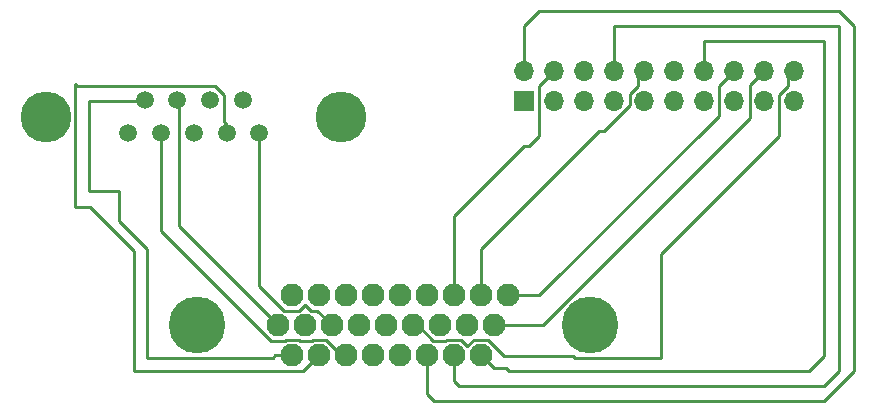
<source format=gbr>
%TF.GenerationSoftware,KiCad,Pcbnew,(5.1.6)-1*%
%TF.CreationDate,2020-07-21T19:36:40-05:00*%
%TF.ProjectId,AppleIIeCardYCable,4170706c-6549-4496-9543-617264594361,rev?*%
%TF.SameCoordinates,Original*%
%TF.FileFunction,Copper,L1,Top*%
%TF.FilePolarity,Positive*%
%FSLAX46Y46*%
G04 Gerber Fmt 4.6, Leading zero omitted, Abs format (unit mm)*
G04 Created by KiCad (PCBNEW (5.1.6)-1) date 2020-07-21 19:36:40*
%MOMM*%
%LPD*%
G01*
G04 APERTURE LIST*
%TA.AperFunction,ComponentPad*%
%ADD10C,1.950000*%
%TD*%
%TA.AperFunction,ComponentPad*%
%ADD11C,4.800000*%
%TD*%
%TA.AperFunction,ComponentPad*%
%ADD12C,1.500000*%
%TD*%
%TA.AperFunction,ComponentPad*%
%ADD13C,4.300000*%
%TD*%
%TA.AperFunction,ComponentPad*%
%ADD14O,1.700000X1.700000*%
%TD*%
%TA.AperFunction,ComponentPad*%
%ADD15R,1.700000X1.700000*%
%TD*%
%TA.AperFunction,Conductor*%
%ADD16C,0.250000*%
%TD*%
G04 APERTURE END LIST*
D10*
%TO.P,J1,1*%
%TO.N,Net-(J1-Pad1)*%
X139082001Y-81250001D03*
%TO.P,J1,2*%
%TO.N,GND*%
X141372001Y-81250001D03*
%TO.P,J1,3*%
%TO.N,Net-(J1-Pad3)*%
X143662001Y-81250001D03*
%TO.P,J1,4*%
%TO.N,GND*%
X145952001Y-81250001D03*
%TO.P,J1,5*%
%TO.N,+5V*%
X148242001Y-81250001D03*
%TO.P,J1,6*%
%TO.N,Net-(J1-Pad6)*%
X150532001Y-81250001D03*
%TO.P,J1,7*%
%TO.N,Net-(J1-Pad7)*%
X152822001Y-81250001D03*
%TO.P,J1,8*%
%TO.N,Net-(J1-Pad8)*%
X155112001Y-81250001D03*
%TO.P,J1,9*%
%TO.N,Net-(J1-Pad9)*%
X157402001Y-81250001D03*
%TO.P,J1,10*%
%TO.N,Net-(J1-Pad10)*%
X137937001Y-83790001D03*
%TO.P,J1,11*%
%TO.N,Net-(J1-Pad11)*%
X140227001Y-83790001D03*
%TO.P,J1,12*%
%TO.N,Net-(J1-Pad12)*%
X142517001Y-83790001D03*
%TO.P,J1,13*%
%TO.N,GND*%
X144807001Y-83790001D03*
%TO.P,J1,14*%
X147097001Y-83790001D03*
%TO.P,J1,15*%
%TO.N,Net-(J1-Pad15)*%
X149387001Y-83790001D03*
%TO.P,J1,16*%
%TO.N,Net-(J1-Pad16)*%
X151677001Y-83790001D03*
%TO.P,J1,17*%
%TO.N,Net-(J1-Pad17)*%
X153967001Y-83790001D03*
%TO.P,J1,18*%
%TO.N,Net-(J1-Pad18)*%
X156257001Y-83790001D03*
%TO.P,J1,19*%
%TO.N,Net-(J1-Pad19)*%
X139082001Y-86330001D03*
%TO.P,J1,20*%
%TO.N,Net-(J1-Pad20)*%
X141372001Y-86330001D03*
%TO.P,J1,21*%
%TO.N,Net-(J1-Pad21)*%
X143662001Y-86330001D03*
%TO.P,J1,22*%
%TO.N,Net-(J1-Pad22)*%
X145952001Y-86330001D03*
%TO.P,J1,23*%
%TO.N,Net-(J1-Pad23)*%
X148242001Y-86330001D03*
%TO.P,J1,24*%
%TO.N,Net-(J1-Pad24)*%
X150532001Y-86330001D03*
%TO.P,J1,25*%
%TO.N,Net-(J1-Pad25)*%
X152822001Y-86330001D03*
%TO.P,J1,26*%
%TO.N,Net-(J1-Pad26)*%
X155112001Y-86330001D03*
D11*
%TO.P,J1,MH1*%
%TO.N,Net-(J1-PadMH1)*%
X131067001Y-83790001D03*
%TO.P,J1,MH2*%
%TO.N,Net-(J1-PadMH2)*%
X164392001Y-83790001D03*
%TD*%
D12*
%TO.P,J2,1*%
%TO.N,Net-(J1-Pad1)*%
X125270000Y-67540000D03*
%TO.P,J2,2*%
%TO.N,Net-(J1-Pad21)*%
X128040000Y-67540000D03*
%TO.P,J2,3*%
%TO.N,GND*%
X130810000Y-67540000D03*
%TO.P,J2,4*%
%TO.N,Net-(J1-Pad20)*%
X133580000Y-67540000D03*
%TO.P,J2,5*%
%TO.N,Net-(J1-Pad12)*%
X136350000Y-67540000D03*
%TO.P,J2,6*%
%TO.N,Net-(J1-Pad19)*%
X126655000Y-64700000D03*
%TO.P,J2,7*%
%TO.N,Net-(J1-Pad10)*%
X129425000Y-64700000D03*
%TO.P,J2,8*%
%TO.N,Net-(J1-Pad3)*%
X132195000Y-64700000D03*
%TO.P,J2,9*%
%TO.N,Net-(J1-Pad11)*%
X134965000Y-64700000D03*
D13*
%TO.P,J2,10*%
%TO.N,N/C*%
X143305000Y-66120000D03*
%TO.P,J2,11*%
X118315000Y-66120000D03*
%TD*%
D14*
%TO.P,J3,20*%
%TO.N,Net-(J1-Pad15)*%
X181610000Y-62230000D03*
%TO.P,J3,19*%
%TO.N,Net-(J3-Pad19)*%
X181610000Y-64770000D03*
%TO.P,J3,18*%
%TO.N,Net-(J1-Pad18)*%
X179070000Y-62230000D03*
%TO.P,J3,17*%
%TO.N,Net-(J3-Pad17)*%
X179070000Y-64770000D03*
%TO.P,J3,16*%
%TO.N,Net-(J1-Pad9)*%
X176530000Y-62230000D03*
%TO.P,J3,15*%
%TO.N,Net-(J3-Pad15)*%
X176530000Y-64770000D03*
%TO.P,J3,14*%
%TO.N,Net-(J1-Pad26)*%
X173990000Y-62230000D03*
%TO.P,J3,13*%
%TO.N,Net-(J3-Pad13)*%
X173990000Y-64770000D03*
%TO.P,J3,12*%
%TO.N,Net-(J1-Pad17)*%
X171450000Y-62230000D03*
%TO.P,J3,11*%
%TO.N,+5V*%
X171450000Y-64770000D03*
%TO.P,J3,10*%
%TO.N,Net-(J1-Pad8)*%
X168910000Y-62230000D03*
%TO.P,J3,9*%
%TO.N,Net-(J3-Pad9)*%
X168910000Y-64770000D03*
%TO.P,J3,8*%
%TO.N,Net-(J1-Pad25)*%
X166370000Y-62230000D03*
%TO.P,J3,7*%
%TO.N,GND*%
X166370000Y-64770000D03*
%TO.P,J3,6*%
%TO.N,Net-(J1-Pad16)*%
X163830000Y-62230000D03*
%TO.P,J3,5*%
%TO.N,GND*%
X163830000Y-64770000D03*
%TO.P,J3,4*%
%TO.N,Net-(J1-Pad7)*%
X161290000Y-62230000D03*
%TO.P,J3,3*%
%TO.N,GND*%
X161290000Y-64770000D03*
%TO.P,J3,2*%
%TO.N,Net-(J1-Pad24)*%
X158750000Y-62230000D03*
D15*
%TO.P,J3,1*%
%TO.N,GND*%
X158750000Y-64770000D03*
%TD*%
D16*
%TO.N,Net-(J1-Pad7)*%
X152822001Y-81250001D02*
X152822001Y-74507999D01*
X152822001Y-74507999D02*
X158750000Y-68580000D01*
X159219002Y-68580000D02*
X160020000Y-67779002D01*
X158750000Y-68580000D02*
X159219002Y-68580000D01*
X160020000Y-63500000D02*
X161290000Y-62230000D01*
X160020000Y-67779002D02*
X160020000Y-63500000D01*
%TO.N,Net-(J1-Pad8)*%
X155112001Y-81250001D02*
X155112001Y-77297999D01*
X155112001Y-77297999D02*
X165100000Y-67310000D01*
X167734999Y-64205999D02*
X168440998Y-63500000D01*
X165100000Y-67310000D02*
X165569002Y-67310000D01*
X167734999Y-65144003D02*
X167734999Y-64205999D01*
X165569002Y-67310000D02*
X167734999Y-65144003D01*
X168440998Y-62699002D02*
X168910000Y-62230000D01*
X168440998Y-63500000D02*
X168440998Y-62699002D01*
%TO.N,Net-(J1-Pad9)*%
X157402001Y-81250001D02*
X160049999Y-81250001D01*
X160049999Y-81250001D02*
X175260000Y-66040000D01*
X175260000Y-63500000D02*
X176530000Y-62230000D01*
X175260000Y-66040000D02*
X175260000Y-63500000D01*
%TO.N,Net-(J1-Pad10)*%
X137937001Y-83790001D02*
X129540000Y-75393000D01*
X129540000Y-64815000D02*
X129425000Y-64700000D01*
X129540000Y-75393000D02*
X129540000Y-64815000D01*
%TO.N,Net-(J1-Pad12)*%
X136350000Y-80442002D02*
X136350000Y-67540000D01*
X138458000Y-82550002D02*
X136350000Y-80442002D01*
X139706002Y-82550002D02*
X138458000Y-82550002D01*
X140227001Y-82029003D02*
X139706002Y-82550002D01*
X141277002Y-82550002D02*
X140748000Y-82550002D01*
X140748000Y-82550002D02*
X140227001Y-82029003D01*
X142517001Y-83790001D02*
X141277002Y-82550002D01*
%TO.N,Net-(J1-Pad15)*%
X180340000Y-64300998D02*
X181140998Y-63500000D01*
X180340000Y-67779002D02*
X180340000Y-64300998D01*
X170335002Y-77784000D02*
X180340000Y-67779002D01*
X170335002Y-86515002D02*
X170335002Y-77784000D01*
X149387001Y-83790001D02*
X149752999Y-83790001D01*
X151053000Y-85090002D02*
X152137998Y-85090002D01*
X181140998Y-63500000D02*
X181140998Y-62699002D01*
X157066002Y-86360000D02*
X162928998Y-86360000D01*
X152137998Y-85090002D02*
X152198000Y-85030000D01*
X181140998Y-62699002D02*
X181610000Y-62230000D01*
X163084000Y-86515002D02*
X170335002Y-86515002D01*
X153967001Y-85550999D02*
X154488000Y-85030000D01*
X149752999Y-83790001D02*
X151053000Y-85090002D01*
X153446002Y-85030000D02*
X153967001Y-85550999D01*
X155736002Y-85030000D02*
X157066002Y-86360000D01*
X154488000Y-85030000D02*
X155736002Y-85030000D01*
X152198000Y-85030000D02*
X153446002Y-85030000D01*
X162928998Y-86360000D02*
X163084000Y-86515002D01*
%TO.N,Net-(J1-Pad18)*%
X177894999Y-63405001D02*
X179070000Y-62230000D01*
X177894999Y-66254001D02*
X177894999Y-63405001D01*
X160358999Y-83790001D02*
X177894999Y-66254001D01*
X156257001Y-83790001D02*
X160358999Y-83790001D01*
%TO.N,Net-(J1-Pad19)*%
X126585000Y-64770000D02*
X126655000Y-64700000D01*
X121920000Y-64770000D02*
X126585000Y-64770000D01*
X137703143Y-86330001D02*
X137518142Y-86515002D01*
X139082001Y-86330001D02*
X137703143Y-86330001D01*
X121920000Y-72390000D02*
X124460000Y-72390000D01*
X121920000Y-72390000D02*
X121920000Y-64770000D01*
X124460000Y-72390000D02*
X124460000Y-74930000D01*
X124460000Y-74930000D02*
X126844998Y-77314998D01*
X126844998Y-77314998D02*
X126844998Y-86515002D01*
X137518142Y-86515002D02*
X126844998Y-86515002D01*
%TO.N,Net-(J1-Pad20)*%
X141372001Y-86330001D02*
X140072000Y-87630002D01*
X120790001Y-63359999D02*
X120930002Y-63500000D01*
X132586002Y-63500000D02*
X133350000Y-64263998D01*
X120930002Y-63500000D02*
X132586002Y-63500000D01*
X133580000Y-66821002D02*
X133580000Y-67540000D01*
X133350000Y-66591002D02*
X133580000Y-66821002D01*
X133350000Y-64263998D02*
X133350000Y-66591002D01*
X120790001Y-73800001D02*
X122060001Y-73800001D01*
X120790001Y-73800001D02*
X120790001Y-63359999D01*
X122060001Y-73800001D02*
X125730000Y-77470000D01*
X125730000Y-87630000D02*
X125729998Y-87630002D01*
X125730000Y-77470000D02*
X125730000Y-87630000D01*
X140072000Y-87630002D02*
X125729998Y-87630002D01*
%TO.N,Net-(J1-Pad21)*%
X128040000Y-75817002D02*
X128040000Y-67540000D01*
X137313000Y-85090002D02*
X128040000Y-75817002D01*
X138561002Y-85090002D02*
X137313000Y-85090002D01*
X138621004Y-85030000D02*
X138561002Y-85090002D01*
X139706002Y-85030000D02*
X138621004Y-85030000D01*
X140851002Y-85090002D02*
X139766004Y-85090002D01*
X140911004Y-85030000D02*
X140851002Y-85090002D01*
X141996002Y-85030000D02*
X140911004Y-85030000D01*
X143296003Y-86330001D02*
X141996002Y-85030000D01*
X139766004Y-85090002D02*
X139706002Y-85030000D01*
X143662001Y-86330001D02*
X143296003Y-86330001D01*
%TO.N,Net-(J1-Pad24)*%
X158750000Y-58420000D02*
X158750000Y-62230000D01*
X150532001Y-89572001D02*
X151130000Y-90170000D01*
X150532001Y-86330001D02*
X150532001Y-89572001D01*
X151130000Y-90170000D02*
X184150000Y-90170000D01*
X185420000Y-57150000D02*
X160020000Y-57150000D01*
X160020000Y-57150000D02*
X158750000Y-58420000D01*
X186690000Y-58420000D02*
X185420000Y-57150000D01*
X186690000Y-87630000D02*
X186690000Y-58420000D01*
X184150000Y-90170000D02*
X186690000Y-87630000D01*
%TO.N,Net-(J1-Pad25)*%
X166370000Y-58420000D02*
X166370000Y-62230000D01*
X185420000Y-58420000D02*
X166370000Y-58420000D01*
X152822001Y-88477999D02*
X153244002Y-88900000D01*
X153244002Y-88900000D02*
X184150000Y-88900000D01*
X184150000Y-88900000D02*
X185420000Y-87630000D01*
X152822001Y-86330001D02*
X152822001Y-88477999D01*
X185420000Y-87630000D02*
X185420000Y-58420000D01*
%TO.N,Net-(J1-Pad26)*%
X155112001Y-86330001D02*
X156210000Y-87428000D01*
X156210000Y-87428000D02*
X157278000Y-87428000D01*
X157278000Y-87428000D02*
X157480000Y-87630000D01*
X157480000Y-87630000D02*
X182880000Y-87630000D01*
X173990000Y-59690000D02*
X173990000Y-62230000D01*
X184150000Y-59690000D02*
X184150000Y-86360000D01*
X182880000Y-87630000D02*
X184150000Y-86360000D01*
X184150000Y-59690000D02*
X173990000Y-59690000D01*
%TD*%
M02*

</source>
